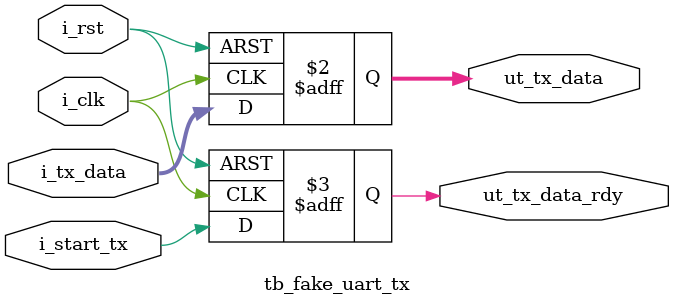
<source format=v>
module tb_fake_uart_rx(
		       input 	   i_clk,
		       input       i_rst, 	   
		       input [7:0] tb_rx_data,
		       input 	   tb_rx_data_rdy,
		       output reg  o_rx_data_ready,
		       output reg [7:0] o_rx_data
		       );


   always @(posedge i_clk or posedge i_rst) begin
      if (i_rst) begin
	 o_rx_data <= 8'b0;
	 o_rx_data_ready <= 1'b0;
      end
      else begin
	 o_rx_data <= tb_rx_data;
	 o_rx_data_ready <= tb_rx_data_rdy;
      end
   end
endmodule
      
module tb_fake_uart_tx(
		       input 	   i_clk,
		       input       i_rst, 	   
		       input [7:0] i_tx_data,
		       input 	   i_start_tx,
		       output reg [7:0] ut_tx_data,
		       output reg ut_tx_data_rdy
		       );

   always @(posedge i_clk or posedge i_rst) begin
      if (i_rst) begin
	 ut_tx_data <= 8'b0;
	 ut_tx_data_rdy <= 1'b0;
      end
      else begin
	 ut_tx_data <= i_tx_data;
	 ut_tx_data_rdy <= i_start_tx;
      end
   end

endmodule
      

</source>
